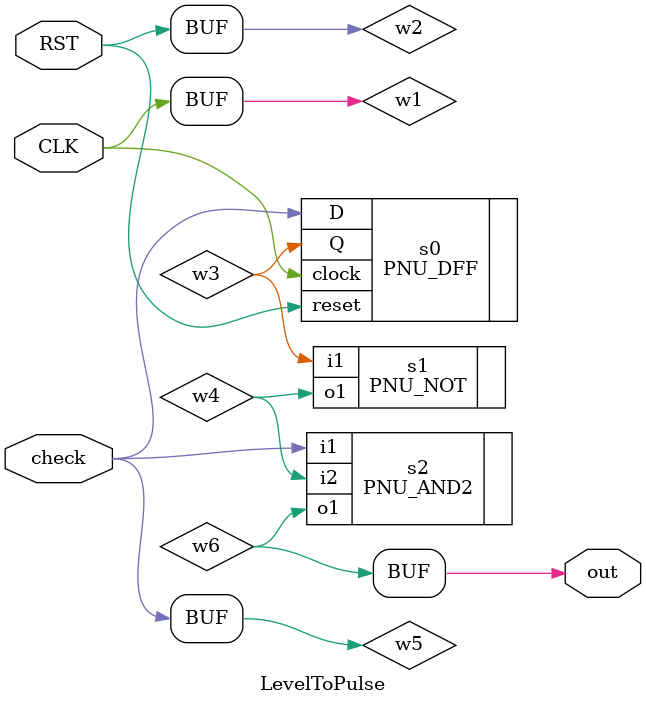
<source format=v>
module LevelToPulse(check,CLK,RST,out);

input check;
input CLK;
input RST;
output out;

wire  w1;
wire  w2;
wire  w3;
wire  w4;
wire  w5;
wire  w6;

assign w5 = check;
assign w1 = CLK;
assign w2 = RST;
assign out = w6;

PNU_DFF
     s0 (
      .clock(w1),
      .reset(w2),
      .Q(w3),
      .D(w5));

PNU_NOT
     s1 (
      .i1(w3),
      .o1(w4));

PNU_AND2
     s2 (
      .i2(w4),
      .i1(w5),
      .o1(w6));

endmodule


</source>
